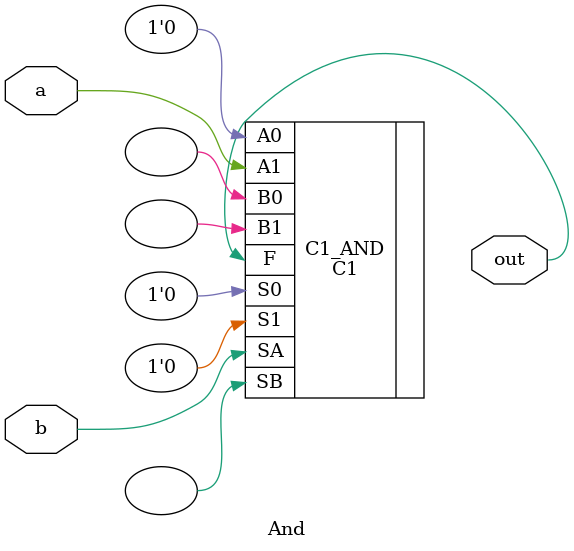
<source format=v>
module And(input a,b, output out);
    C1 C1_AND(.A0(1'b0),.A1(a),.SA(b),.B0(),.B1(),.SB(),.S0(1'b0),.S1(1'b0),.F(out));
endmodule

</source>
